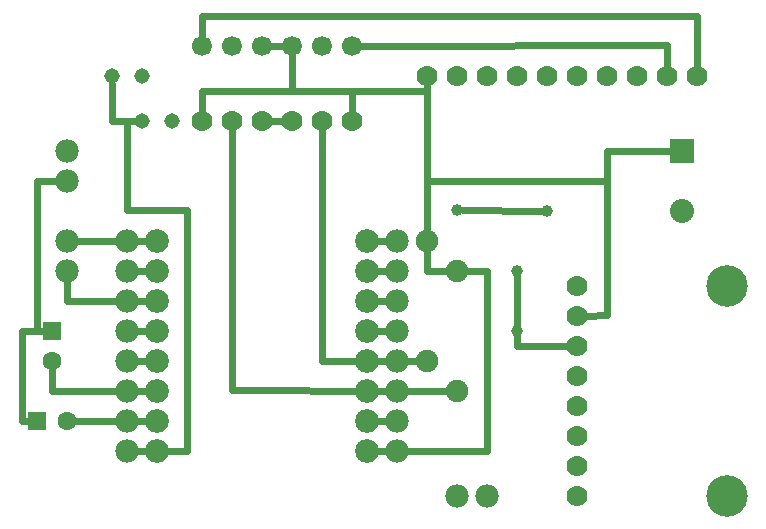
<source format=gtl>
G04 MADE WITH FRITZING*
G04 WWW.FRITZING.ORG*
G04 DOUBLE SIDED*
G04 HOLES PLATED*
G04 CONTOUR ON CENTER OF CONTOUR VECTOR*
%ASAXBY*%
%FSLAX23Y23*%
%MOIN*%
%OFA0B0*%
%SFA1.0B1.0*%
%ADD10C,0.078000*%
%ADD11C,0.080000*%
%ADD12C,0.079370*%
%ADD13C,0.051496*%
%ADD14C,0.077778*%
%ADD15C,0.062992*%
%ADD16C,0.069444*%
%ADD17C,0.070000*%
%ADD18C,0.075000*%
%ADD19C,0.138425*%
%ADD20C,0.066555*%
%ADD21C,0.039370*%
%ADD22R,0.080000X0.080000*%
%ADD23R,0.062992X0.062992*%
%ADD24C,0.024000*%
%LNCOPPER1*%
G90*
G70*
G54D10*
X1537Y177D03*
X1637Y177D03*
X237Y927D03*
X237Y1027D03*
G54D11*
X2287Y1327D03*
X2287Y1127D03*
G54D12*
X1237Y1027D03*
X1237Y927D03*
X1237Y827D03*
X1237Y727D03*
X1237Y627D03*
X1237Y527D03*
X1237Y427D03*
X1237Y327D03*
X537Y1027D03*
X537Y927D03*
X537Y827D03*
X537Y727D03*
X537Y627D03*
X537Y527D03*
X537Y427D03*
X537Y327D03*
G54D13*
X487Y1427D03*
X587Y1427D03*
X487Y1427D03*
X587Y1427D03*
X387Y1577D03*
X487Y1577D03*
X387Y1577D03*
X487Y1577D03*
G54D14*
X437Y1027D03*
X437Y927D03*
X437Y827D03*
X437Y727D03*
X437Y627D03*
X437Y527D03*
X437Y427D03*
X437Y327D03*
X1337Y327D03*
X1337Y427D03*
X1337Y527D03*
X1337Y627D03*
X1337Y727D03*
X1337Y827D03*
X1337Y927D03*
X1337Y1027D03*
G54D15*
X138Y427D03*
X237Y427D03*
X187Y726D03*
X187Y627D03*
G54D16*
X687Y1427D03*
X787Y1427D03*
X887Y1427D03*
X1187Y1427D03*
X1087Y1427D03*
X987Y1427D03*
G54D17*
X2337Y1577D03*
X2237Y1577D03*
X2137Y1577D03*
X2037Y1577D03*
X1937Y1577D03*
X1837Y1577D03*
X1737Y1577D03*
X1637Y1577D03*
X1537Y1577D03*
X1437Y1577D03*
G54D18*
X1537Y527D03*
X1537Y927D03*
X1437Y627D03*
X1437Y1027D03*
G54D17*
X1937Y377D03*
G54D19*
X2437Y877D03*
G54D17*
X1937Y777D03*
X1937Y577D03*
X1937Y177D03*
X1937Y877D03*
X1937Y677D03*
X1937Y477D03*
X1937Y277D03*
G54D19*
X2437Y177D03*
G54D20*
X687Y1677D03*
X787Y1677D03*
X887Y1677D03*
X1187Y1677D03*
X1087Y1677D03*
X987Y1677D03*
G54D21*
X1737Y727D03*
X1737Y927D03*
X1537Y1128D03*
X1837Y1127D03*
G54D10*
X237Y1327D03*
X237Y1227D03*
G54D22*
X2287Y1327D03*
G54D23*
X138Y427D03*
X187Y726D03*
G54D24*
X237Y827D02*
X237Y897D01*
D02*
X408Y827D02*
X237Y827D01*
D02*
X408Y1027D02*
X267Y1027D01*
D02*
X2036Y1326D02*
X2256Y1327D01*
D02*
X2036Y1227D02*
X2036Y1326D01*
D02*
X1308Y1027D02*
X1268Y1027D01*
D02*
X537Y327D02*
X437Y327D01*
D02*
X537Y427D02*
X437Y427D01*
D02*
X537Y527D02*
X437Y527D01*
D02*
X537Y627D02*
X437Y627D01*
D02*
X537Y727D02*
X437Y727D01*
D02*
X537Y827D02*
X437Y827D01*
D02*
X537Y1027D02*
X437Y1027D01*
D02*
X1337Y327D02*
X1237Y327D01*
D02*
X1337Y427D02*
X1237Y427D01*
D02*
X1337Y527D02*
X1237Y527D01*
D02*
X1337Y627D02*
X1237Y627D01*
D02*
X1337Y727D02*
X1237Y727D01*
D02*
X1337Y827D02*
X1237Y827D01*
D02*
X1337Y927D02*
X1237Y927D01*
D02*
X506Y827D02*
X466Y827D01*
D02*
X506Y727D02*
X466Y727D01*
D02*
X506Y927D02*
X466Y927D01*
D02*
X506Y1027D02*
X466Y1027D01*
D02*
X1268Y427D02*
X1308Y427D01*
D02*
X1268Y527D02*
X1308Y527D01*
D02*
X1268Y627D02*
X1308Y627D01*
D02*
X1268Y727D02*
X1308Y727D01*
D02*
X1268Y827D02*
X1308Y827D01*
D02*
X1268Y927D02*
X1308Y927D01*
D02*
X506Y327D02*
X466Y327D01*
D02*
X506Y427D02*
X466Y427D01*
D02*
X506Y527D02*
X466Y527D01*
D02*
X506Y627D02*
X466Y627D01*
D02*
X437Y1427D02*
X438Y1128D01*
D02*
X387Y1550D02*
X387Y1427D01*
D02*
X387Y1427D02*
X437Y1427D01*
D02*
X1268Y327D02*
X1308Y327D01*
D02*
X1436Y927D02*
X1437Y999D01*
D02*
X1637Y927D02*
X1637Y327D01*
D02*
X1637Y327D02*
X1366Y327D01*
D02*
X1565Y927D02*
X1637Y927D01*
D02*
X1737Y677D02*
X1906Y677D01*
D02*
X1508Y927D02*
X1436Y927D01*
D02*
X2036Y778D02*
X1968Y777D01*
D02*
X2036Y1227D02*
X2036Y778D01*
D02*
X1437Y1227D02*
X2036Y1227D01*
D02*
X408Y427D02*
X264Y427D01*
D02*
X186Y527D02*
X408Y527D01*
D02*
X187Y600D02*
X186Y527D01*
D02*
X137Y727D02*
X87Y727D01*
D02*
X160Y727D02*
X137Y727D01*
D02*
X1366Y527D02*
X1508Y527D01*
D02*
X1366Y627D02*
X1408Y627D01*
D02*
X960Y1427D02*
X913Y1427D01*
D02*
X1086Y627D02*
X1308Y627D01*
D02*
X1087Y1401D02*
X1086Y627D01*
D02*
X787Y528D02*
X1308Y527D01*
D02*
X787Y1401D02*
X787Y528D01*
D02*
X1436Y1527D02*
X1186Y1527D01*
D02*
X1186Y1527D02*
X1187Y1454D01*
D02*
X1436Y1546D02*
X1436Y1527D01*
D02*
X987Y1527D02*
X1186Y1527D01*
D02*
X1186Y1527D02*
X1187Y1454D01*
D02*
X987Y1650D02*
X987Y1527D01*
D02*
X687Y1777D02*
X2336Y1777D01*
D02*
X2336Y1777D02*
X2337Y1608D01*
D02*
X687Y1704D02*
X687Y1777D01*
D02*
X960Y1677D02*
X914Y1677D01*
D02*
X2237Y1678D02*
X2237Y1608D01*
D02*
X1214Y1677D02*
X2237Y1678D01*
D02*
X687Y1527D02*
X687Y1454D01*
D02*
X987Y1527D02*
X687Y1527D01*
D02*
X1737Y677D02*
X1737Y908D01*
D02*
X1737Y708D02*
X1737Y677D01*
D02*
X1556Y1128D02*
X1818Y1127D01*
D02*
X1437Y1227D02*
X1437Y1546D01*
D02*
X1437Y1056D02*
X1437Y1227D01*
D02*
X137Y827D02*
X137Y1227D01*
D02*
X138Y726D02*
X137Y827D01*
D02*
X137Y727D02*
X138Y726D01*
D02*
X637Y1128D02*
X637Y326D01*
D02*
X438Y1128D02*
X637Y1128D01*
D02*
X637Y326D02*
X466Y327D01*
D02*
X87Y727D02*
X87Y427D01*
D02*
X87Y427D02*
X111Y427D01*
D02*
X137Y1227D02*
X207Y1227D01*
D02*
X437Y1427D02*
X460Y1427D01*
G04 End of Copper1*
M02*
</source>
